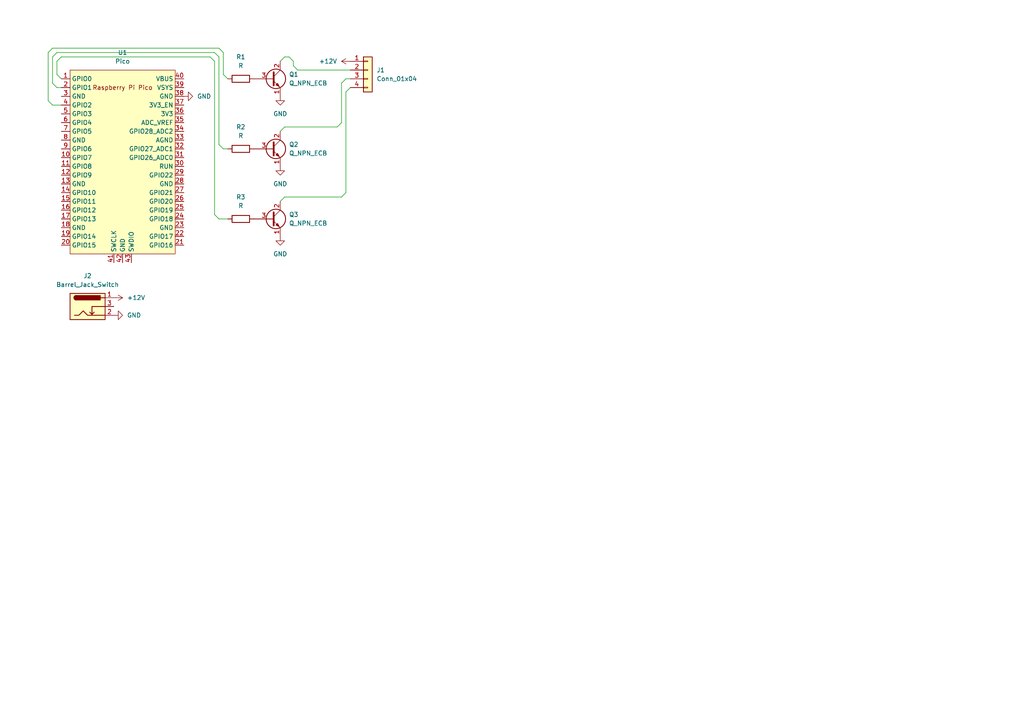
<source format=kicad_sch>
(kicad_sch (version 20241209) (generator "eeschema") (generator_version "9.0")
  (paper "A4")
  (lib_symbols
    (symbol "Connector:Barrel_Jack_Switch" (pin_names (hide yes))
      (property "Reference" "J" (at 0 5.334 0))
      (property "Value" "Barrel_Jack_Switch" (at 0 -5.08 0))
      (symbol "Barrel_Jack_Switch_0_1"
        (rectangle (start -5.08 3.81) (end 5.08 -3.81) (stroke (width 0.254)) (fill (type background)))
        (polyline (pts (xy -3.81 -2.54) (xy -2.54 -2.54) (xy -1.27 -1.27) (xy 0 -2.54) (xy 2.54 -2.54) (xy 5.08 -2.54)) (stroke (width 0.254)))
        (arc (start -3.302 1.905) (mid -3.9343 2.54) (end -3.302 3.175) (stroke (width 0.254)) (fill (type outline)))
        (arc (start -3.302 1.905) (mid -3.9343 2.54) (end -3.302 3.175) (stroke (width 0.254)))
        (polyline (pts (xy 1.27 -2.286) (xy 1.905 -1.651)) (stroke (width 0.254)))
        (rectangle (start 3.683 3.175) (end -3.302 1.905) (stroke (width 0.254)) (fill (type outline)))
        (polyline (pts (xy 5.08 2.54) (xy 3.81 2.54)) (stroke (width 0.254)))
        (polyline (pts (xy 5.08 0) (xy 1.27 0) (xy 1.27 -2.286) (xy 0.635 -1.651)) (stroke (width 0.254)))
      )
      (symbol "Barrel_Jack_Switch_1_1"
        (pin passive line (at 7.62 2.54 180) (length 2.54) (name "~") (number "1"))
        (pin passive line (at 7.62 0 180) (length 2.54) (name "~") (number "3"))
        (pin passive line (at 7.62 -2.54 180) (length 2.54) (name "~") (number "2"))
      )
    )
    (symbol "Connector_Generic:Conn_01x04" (pin_names (offset 1.016) (hide yes))
      (property "Reference" "J" (at 0 5.08 0))
      (property "Value" "Conn_01x04" (at 0 -7.62 0))
      (symbol "Conn_01x04_1_1"
        (rectangle (start -1.27 3.81) (end 1.27 -6.35) (stroke (width 0.254)) (fill (type background)))
        (rectangle (start -1.27 2.667) (end 0 2.413) (stroke (width 0.1524)))
        (rectangle (start -1.27 0.127) (end 0 -0.127) (stroke (width 0.1524)))
        (rectangle (start -1.27 -2.413) (end 0 -2.667) (stroke (width 0.1524)))
        (rectangle (start -1.27 -4.953) (end 0 -5.207) (stroke (width 0.1524)))
        (pin passive line (at -5.08 2.54 0) (length 3.81) (name "Pin_1") (number "1"))
        (pin passive line (at -5.08 0 0) (length 3.81) (name "Pin_2") (number "2"))
        (pin passive line (at -5.08 -2.54 0) (length 3.81) (name "Pin_3") (number "3"))
        (pin passive line (at -5.08 -5.08 0) (length 3.81) (name "Pin_4") (number "4"))
      )
    )
    (symbol "Device:Q_NPN_ECB" (pin_names (offset 0) (hide yes))
      (property "Reference" "Q" (at 5.08 1.27 0))
      (property "Value" "Q_NPN_ECB" (at 5.08 -1.27 0))
      (symbol "Q_NPN_ECB_0_1"
        (polyline (pts (xy 0.635 1.905) (xy 0.635 -1.905) (xy 0.635 -1.905)) (stroke (width 0.508)))
        (polyline (pts (xy 0.635 0.635) (xy 2.54 2.54)))
        (polyline (pts (xy 0.635 -0.635) (xy 2.54 -2.54) (xy 2.54 -2.54)))
        (circle (center 1.27 0) (radius 2.8194) (stroke (width 0.254)))
        (polyline (pts (xy 1.27 -1.778) (xy 1.778 -1.27) (xy 2.286 -2.286) (xy 1.27 -1.778) (xy 1.27 -1.778)) (fill (type outline)))
      )
      (symbol "Q_NPN_ECB_1_1"
        (pin passive line (at -5.08 0 0) (length 5.715) (name "B") (number "3"))
        (pin passive line (at 2.54 5.08 270) (length 2.54) (name "C") (number "2"))
        (pin passive line (at 2.54 -5.08 90) (length 2.54) (name "E") (number "1"))
      )
    )
    (symbol "Device:R" (pin_numbers (hide yes)) (pin_names (offset 0))
      (property "Reference" "R" (at 2.032 0 90))
      (property "Value" "R" (at 0 0 90))
      (symbol "R_0_1"
        (rectangle (start -1.016 -2.54) (end 1.016 2.54) (stroke (width 0.254)))
      )
      (symbol "R_1_1"
        (pin passive line (at 0 3.81 270) (length 1.27) (name "~") (number "1"))
        (pin passive line (at 0 -3.81 90) (length 1.27) (name "~") (number "2"))
      )
    )
    (symbol "RP-Pico:Pico"
      (property "Reference" "U" (at -13.97 27.94 0))
      (property "Value" "Pico" (at 0 19.05 0))
      (symbol "Pico_0_0"
        (text "Raspberry Pi Pico" (at 0 21.59 0) (effects (font (size 1.27 1.27))))
      )
      (symbol "Pico_0_1"
        (rectangle (start -15.24 26.67) (end 15.24 -26.67) (fill (type background)))
      )
      (symbol "Pico_1_1"
        (pin bidirectional line (at -17.78 24.13 0) (length 2.54) (name "GPIO0") (number "1"))
        (pin bidirectional line (at -17.78 21.59 0) (length 2.54) (name "GPIO1") (number "2"))
        (pin power_in line (at -17.78 19.05 0) (length 2.54) (name "GND") (number "3"))
        (pin bidirectional line (at -17.78 16.51 0) (length 2.54) (name "GPIO2") (number "4"))
        (pin bidirectional line (at -17.78 13.97 0) (length 2.54) (name "GPIO3") (number "5"))
        (pin bidirectional line (at -17.78 11.43 0) (length 2.54) (name "GPIO4") (number "6"))
        (pin bidirectional line (at -17.78 8.89 0) (length 2.54) (name "GPIO5") (number "7"))
        (pin power_in line (at -17.78 6.35 0) (length 2.54) (name "GND") (number "8"))
        (pin bidirectional line (at -17.78 3.81 0) (length 2.54) (name "GPIO6") (number "9"))
        (pin bidirectional line (at -17.78 1.27 0) (length 2.54) (name "GPIO7") (number "10"))
        (pin bidirectional line (at -17.78 -1.27 0) (length 2.54) (name "GPIO8") (number "11"))
        (pin bidirectional line (at -17.78 -3.81 0) (length 2.54) (name "GPIO9") (number "12"))
        (pin power_in line (at -17.78 -6.35 0) (length 2.54) (name "GND") (number "13"))
        (pin bidirectional line (at -17.78 -8.89 0) (length 2.54) (name "GPIO10") (number "14"))
        (pin bidirectional line (at -17.78 -11.43 0) (length 2.54) (name "GPIO11") (number "15"))
        (pin bidirectional line (at -17.78 -13.97 0) (length 2.54) (name "GPIO12") (number "16"))
        (pin bidirectional line (at -17.78 -16.51 0) (length 2.54) (name "GPIO13") (number "17"))
        (pin power_in line (at -17.78 -19.05 0) (length 2.54) (name "GND") (number "18"))
        (pin bidirectional line (at -17.78 -21.59 0) (length 2.54) (name "GPIO14") (number "19"))
        (pin bidirectional line (at -17.78 -24.13 0) (length 2.54) (name "GPIO15") (number "20"))
        (pin input line (at -2.54 -29.21 90) (length 2.54) (name "SWCLK") (number "41"))
        (pin power_in line (at 0 -29.21 90) (length 2.54) (name "GND") (number "42"))
        (pin bidirectional line (at 2.54 -29.21 90) (length 2.54) (name "SWDIO") (number "43"))
        (pin power_in line (at 17.78 24.13 180) (length 2.54) (name "VBUS") (number "40"))
        (pin power_in line (at 17.78 21.59 180) (length 2.54) (name "VSYS") (number "39"))
        (pin bidirectional line (at 17.78 19.05 180) (length 2.54) (name "GND") (number "38"))
        (pin input line (at 17.78 16.51 180) (length 2.54) (name "3V3_EN") (number "37"))
        (pin power_in line (at 17.78 13.97 180) (length 2.54) (name "3V3") (number "36"))
        (pin power_in line (at 17.78 11.43 180) (length 2.54) (name "ADC_VREF") (number "35"))
        (pin bidirectional line (at 17.78 8.89 180) (length 2.54) (name "GPIO28_ADC2") (number "34"))
        (pin power_in line (at 17.78 6.35 180) (length 2.54) (name "AGND") (number "33"))
        (pin bidirectional line (at 17.78 3.81 180) (length 2.54) (name "GPIO27_ADC1") (number "32"))
        (pin bidirectional line (at 17.78 1.27 180) (length 2.54) (name "GPIO26_ADC0") (number "31"))
        (pin input line (at 17.78 -1.27 180) (length 2.54) (name "RUN") (number "30"))
        (pin bidirectional line (at 17.78 -3.81 180) (length 2.54) (name "GPIO22") (number "29"))
        (pin power_in line (at 17.78 -6.35 180) (length 2.54) (name "GND") (number "28"))
        (pin bidirectional line (at 17.78 -8.89 180) (length 2.54) (name "GPIO21") (number "27"))
        (pin bidirectional line (at 17.78 -11.43 180) (length 2.54) (name "GPIO20") (number "26"))
        (pin bidirectional line (at 17.78 -13.97 180) (length 2.54) (name "GPIO19") (number "25"))
        (pin bidirectional line (at 17.78 -16.51 180) (length 2.54) (name "GPIO18") (number "24"))
        (pin power_in line (at 17.78 -19.05 180) (length 2.54) (name "GND") (number "23"))
        (pin bidirectional line (at 17.78 -21.59 180) (length 2.54) (name "GPIO17") (number "22"))
        (pin bidirectional line (at 17.78 -24.13 180) (length 2.54) (name "GPIO16") (number "21"))
      )
    )
    (symbol "power:+12V" (power) (pin_numbers (hide yes)) (pin_names (offset 0) (hide yes))
      (property "Value" "+12V" (at 0 3.556 0))
      (symbol "+12V_0_1"
        (polyline (pts (xy -0.762 1.27) (xy 0 2.54)))
        (polyline (pts (xy 0 2.54) (xy 0.762 1.27)))
        (polyline (pts (xy 0 0) (xy 0 2.54)))
      )
      (symbol "+12V_1_1"
        (pin power_in line (at 0 0 90) (length 0) (name "~") (number "1"))
      )
    )
    (symbol "power:GND" (power) (pin_numbers (hide yes)) (pin_names (offset 0) (hide yes))
      (property "Value" "GND" (at 0 -3.81 0))
      (symbol "GND_0_1"
        (polyline (pts (xy 0 0) (xy 0 -1.27) (xy 1.27 -1.27) (xy 0 -2.54) (xy -1.27 -1.27) (xy 0 -1.27)))
      )
      (symbol "GND_1_1"
        (pin power_in line (at 0 0 270) (length 0) (name "~") (number "1"))
      )
    )
  )
  (wire (pts (xy 99.06 35.56) (xy 99.06 24.13)))
  (wire (pts (xy 17.78 22.86) (xy 16.51 21.59)))
  (wire (pts (xy 64.77 43.18) (xy 63.5 41.91)))
  (wire (pts (xy 16.51 15.24) (xy 62.23 15.24)))
  (wire (pts (xy 85.09 19.05) (xy 86.36 20.32)))
  (wire (pts (xy 81.28 38.1) (xy 82.55 36.83)))
  (wire (pts (xy 13.97 29.21) (xy 13.97 15.24)))
  (wire (pts (xy 82.55 16.51) (xy 83.82 16.51)))
  (wire (pts (xy 64.77 15.24) (xy 63.5 13.97)))
  (wire (pts (xy 86.36 20.32) (xy 101.6 20.32)))
  (wire (pts (xy 13.97 15.24) (xy 15.24 13.97)))
  (wire (pts (xy 82.55 57.15) (xy 81.28 58.42)))
  (wire (pts (xy 17.78 30.48) (xy 15.24 30.48)))
  (wire (pts (xy 100.33 55.88) (xy 99.06 57.15)))
  (wire (pts (xy 15.24 13.97) (xy 63.5 13.97)))
  (wire (pts (xy 62.23 17.78) (xy 60.96 16.51)))
  (wire (pts (xy 15.24 16.51) (xy 16.51 15.24)))
  (wire (pts (xy 16.51 25.4) (xy 15.24 24.13)))
  (wire (pts (xy 66.04 43.18) (xy 64.77 43.18)))
  (wire (pts (xy 66.04 22.86) (xy 64.77 21.59)))
  (wire (pts (xy 16.51 17.78) (xy 17.78 16.51)))
  (wire (pts (xy 15.24 30.48) (xy 13.97 29.21)))
  (wire (pts (xy 17.78 25.4) (xy 16.51 25.4)))
  (wire (pts (xy 63.5 41.91) (xy 63.5 16.51)))
  (wire (pts (xy 63.5 16.51) (xy 62.23 15.24)))
  (wire (pts (xy 99.06 24.13) (xy 100.33 22.86)))
  (wire (pts (xy 100.33 22.86) (xy 101.6 22.86)))
  (wire (pts (xy 83.82 16.51) (xy 85.09 17.78)))
  (wire (pts (xy 63.5 63.5) (xy 62.23 62.23)))
  (wire (pts (xy 81.28 17.78) (xy 82.55 16.51)))
  (wire (pts (xy 64.77 21.59) (xy 64.77 15.24)))
  (wire (pts (xy 97.79 36.83) (xy 99.06 35.56)))
  (wire (pts (xy 16.51 17.78) (xy 16.51 21.59)))
  (wire (pts (xy 82.55 36.83) (xy 97.79 36.83)))
  (wire (pts (xy 99.06 57.15) (xy 82.55 57.15)))
  (wire (pts (xy 85.09 17.78) (xy 85.09 19.05)))
  (wire (pts (xy 100.33 26.67) (xy 100.33 55.88)))
  (wire (pts (xy 101.6 25.4) (xy 100.33 26.67)))
  (wire (pts (xy 15.24 24.13) (xy 15.24 16.51)))
  (wire (pts (xy 62.23 62.23) (xy 62.23 17.78)))
  (wire (pts (xy 17.78 16.51) (xy 60.96 16.51)))
  (wire (pts (xy 66.04 63.5) (xy 63.5 63.5)))
  (symbol (lib_id "Device:R") (at 69.85 43.18 270) (unit 1)
    (property "Reference" "R2" (at 69.85 36.83 90))
    (property "Value" "R" (at 69.85 39.37 90))
    (property "Description" "Resistor" (effects (hide yes)))
  )
  (symbol (lib_id "RP-Pico:Pico") (at 35.56 46.99 0) (unit 1)
    (property "Reference" "U1" (at 35.56 15.24 0))
    (property "Value" "Pico" (at 35.56 17.78 0))
    (property "Footprint" "RPi_Pico:RPi_Pico_SMD_TH" (effects (hide yes)))
  )
  (symbol (lib_id "power:+12V") (at 33.02 86.36 270) (unit 1)
    (property "Reference" "#PWR03" (effects (hide yes)))
    (property "Value" "+12V" (at 36.83 86.3599 90) (effects (justify left)))
    (property "Description" "Power symbol creates a global label with name \"+12V\"" (effects (hide yes)))
  )
  (symbol (lib_id "power:GND") (at 81.28 68.58 0) (unit 1)
    (property "Reference" "#PWR07" (effects (hide yes)))
    (property "Value" "GND" (at 81.28 73.66 0))
    (property "Description" "Power symbol creates a global label with name \"GND\" , ground" (effects (hide yes)))
  )
  (symbol (lib_id "power:GND") (at 81.28 48.26 0) (unit 1)
    (property "Reference" "#PWR05" (effects (hide yes)))
    (property "Value" "GND" (at 81.28 53.34 0))
    (property "Description" "Power symbol creates a global label with name \"GND\" , ground" (effects (hide yes)))
  )
  (symbol (lib_id "Connector:Barrel_Jack_Switch") (at 25.4 88.9 0) (unit 1)
    (property "Reference" "J2" (at 25.4 80.01 0))
    (property "Value" "Barrel_Jack_Switch" (at 25.4 82.55 0))
    (property "Footprint" "Connector_BarrelJack:BarrelJack_CUI_PJ-102AH_Horizontal" (effects (hide yes)))
    (property "Description" "DC Barrel Jack with an internal switch" (effects (hide yes)))
  )
  (symbol (lib_id "Device:R") (at 69.85 63.5 270) (unit 1)
    (property "Reference" "R3" (at 69.85 57.15 90))
    (property "Value" "R" (at 69.85 59.69 90))
    (property "Description" "Resistor" (effects (hide yes)))
  )
  (symbol (lib_id "power:GND") (at 33.02 91.44 90) (unit 1)
    (property "Reference" "#PWR02" (effects (hide yes)))
    (property "Value" "GND" (at 36.83 91.4399 90) (effects (justify right)))
    (property "Description" "Power symbol creates a global label with name \"GND\" , ground" (effects (hide yes)))
  )
  (symbol (lib_id "Device:Q_NPN_ECB") (at 78.74 22.86 0) (unit 1)
    (property "Reference" "Q1" (at 83.82 21.5899 0) (effects (justify left)))
    (property "Value" "Q_NPN_ECB" (at 83.82 24.1299 0) (effects (justify left)))
    (property "Description" "NPN transistor, emitter/collector/base" (effects (hide yes)))
  )
  (symbol (lib_id "power:+12V") (at 101.6 17.78 90) (unit 1)
    (property "Reference" "#PWR04" (effects (hide yes)))
    (property "Value" "+12V" (at 97.79 17.7799 90) (effects (justify left)))
    (property "Description" "Power symbol creates a global label with name \"+12V\"" (effects (hide yes)))
  )
  (symbol (lib_id "Device:Q_NPN_ECB") (at 78.74 43.18 0) (unit 1)
    (property "Reference" "Q2" (at 83.82 41.9099 0) (effects (justify left)))
    (property "Value" "Q_NPN_ECB" (at 83.82 44.4499 0) (effects (justify left)))
    (property "Description" "NPN transistor, emitter/collector/base" (effects (hide yes)))
  )
  (symbol (lib_id "Device:Q_NPN_ECB") (at 78.74 63.5 0) (unit 1)
    (property "Reference" "Q3" (at 83.82 62.2299 0) (effects (justify left)))
    (property "Value" "Q_NPN_ECB" (at 83.82 64.7699 0) (effects (justify left)))
    (property "Description" "NPN transistor, emitter/collector/base" (effects (hide yes)))
  )
  (symbol (lib_id "Connector_Generic:Conn_01x04") (at 106.68 20.32 0) (unit 1)
    (property "Reference" "J1" (at 109.22 20.3199 0) (effects (justify left)))
    (property "Value" "Conn_01x04" (at 109.22 22.8599 0) (effects (justify left)))
    (property "Description" "Generic connector, single row, 01x04, script generated (kicad-library-utils/schlib/autogen/connector/)" (effects (hide yes)))
  )
  (symbol (lib_id "power:GND") (at 53.34 27.94 90) (unit 1)
    (property "Reference" "#PWR06" (effects (hide yes)))
    (property "Value" "GND" (at 57.15 27.9399 90) (effects (justify right)))
    (property "Description" "Power symbol creates a global label with name \"GND\" , ground" (effects (hide yes)))
  )
  (symbol (lib_id "Device:R") (at 69.85 22.86 270) (unit 1)
    (property "Reference" "R1" (at 69.85 16.51 90))
    (property "Value" "R" (at 69.85 19.05 90))
    (property "Description" "Resistor" (effects (hide yes)))
  )
  (symbol (lib_id "power:GND") (at 81.28 27.94 0) (unit 1)
    (property "Reference" "#PWR01" (effects (hide yes)))
    (property "Value" "GND" (at 81.28 33.02 0))
    (property "Description" "Power symbol creates a global label with name \"GND\" , ground" (effects (hide yes)))
  )
)
</source>
